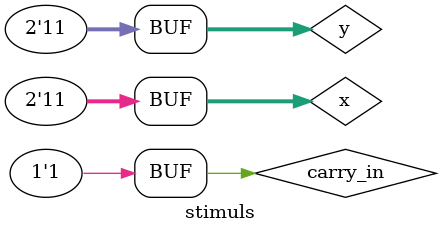
<source format=v>
module stimuls;
    reg carry_in;
    reg [1:0] x;
    reg [1:0] y;
    wire [1:0] sum;
    wire carry_out;

    full_adder_2_bits uut(
            .carry_in(carry_in),
            .x(x),
            .y(y),
            .sum(sum),
            .carry_out(carry_out)
    );

    initial begin
        carry_in = 0;
        x = 0;
        y = 0;

        #20 x = 3;
        #20 y = 3;
        #20 carry_in = 1;
        #40;
    end

    initial begin
        $monitor("[%3d] %b %02b %02b %02b %b", $time, carry_in, x, y, sum, carry_out);
    end
endmodule
</source>
